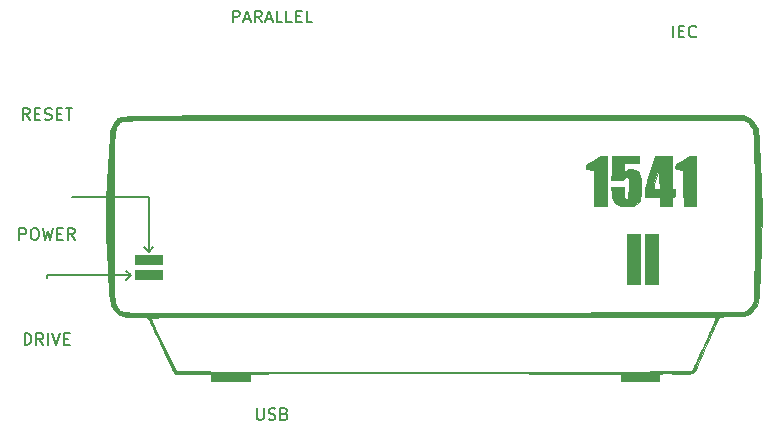
<source format=gto>
G04 #@! TF.GenerationSoftware,KiCad,Pcbnew,(5.1.8)-1*
G04 #@! TF.CreationDate,2021-05-19T23:09:36+02:00*
G04 #@! TF.ProjectId,C64 XUM1541-II FA1,43363420-5855-44d3-9135-34312d494920,rev?*
G04 #@! TF.SameCoordinates,Original*
G04 #@! TF.FileFunction,Legend,Top*
G04 #@! TF.FilePolarity,Positive*
%FSLAX46Y46*%
G04 Gerber Fmt 4.6, Leading zero omitted, Abs format (unit mm)*
G04 Created by KiCad (PCBNEW (5.1.8)-1) date 2021-05-19 23:09:36*
%MOMM*%
%LPD*%
G01*
G04 APERTURE LIST*
%ADD10C,0.150000*%
%ADD11C,0.010000*%
%ADD12C,0.100000*%
G04 APERTURE END LIST*
D10*
X122563095Y-101687380D02*
X122563095Y-102496904D01*
X122610714Y-102592142D01*
X122658333Y-102639761D01*
X122753571Y-102687380D01*
X122944047Y-102687380D01*
X123039285Y-102639761D01*
X123086904Y-102592142D01*
X123134523Y-102496904D01*
X123134523Y-101687380D01*
X123563095Y-102639761D02*
X123705952Y-102687380D01*
X123944047Y-102687380D01*
X124039285Y-102639761D01*
X124086904Y-102592142D01*
X124134523Y-102496904D01*
X124134523Y-102401666D01*
X124086904Y-102306428D01*
X124039285Y-102258809D01*
X123944047Y-102211190D01*
X123753571Y-102163571D01*
X123658333Y-102115952D01*
X123610714Y-102068333D01*
X123563095Y-101973095D01*
X123563095Y-101877857D01*
X123610714Y-101782619D01*
X123658333Y-101735000D01*
X123753571Y-101687380D01*
X123991666Y-101687380D01*
X124134523Y-101735000D01*
X124896428Y-102163571D02*
X125039285Y-102211190D01*
X125086904Y-102258809D01*
X125134523Y-102354047D01*
X125134523Y-102496904D01*
X125086904Y-102592142D01*
X125039285Y-102639761D01*
X124944047Y-102687380D01*
X124563095Y-102687380D01*
X124563095Y-101687380D01*
X124896428Y-101687380D01*
X124991666Y-101735000D01*
X125039285Y-101782619D01*
X125086904Y-101877857D01*
X125086904Y-101973095D01*
X125039285Y-102068333D01*
X124991666Y-102115952D01*
X124896428Y-102163571D01*
X124563095Y-102163571D01*
X157797619Y-70302380D02*
X157797619Y-69302380D01*
X158273809Y-69778571D02*
X158607142Y-69778571D01*
X158750000Y-70302380D02*
X158273809Y-70302380D01*
X158273809Y-69302380D01*
X158750000Y-69302380D01*
X159750000Y-70207142D02*
X159702380Y-70254761D01*
X159559523Y-70302380D01*
X159464285Y-70302380D01*
X159321428Y-70254761D01*
X159226190Y-70159523D01*
X159178571Y-70064285D01*
X159130952Y-69873809D01*
X159130952Y-69730952D01*
X159178571Y-69540476D01*
X159226190Y-69445238D01*
X159321428Y-69350000D01*
X159464285Y-69302380D01*
X159559523Y-69302380D01*
X159702380Y-69350000D01*
X159750000Y-69397619D01*
X120539285Y-69032380D02*
X120539285Y-68032380D01*
X120920238Y-68032380D01*
X121015476Y-68080000D01*
X121063095Y-68127619D01*
X121110714Y-68222857D01*
X121110714Y-68365714D01*
X121063095Y-68460952D01*
X121015476Y-68508571D01*
X120920238Y-68556190D01*
X120539285Y-68556190D01*
X121491666Y-68746666D02*
X121967857Y-68746666D01*
X121396428Y-69032380D02*
X121729761Y-68032380D01*
X122063095Y-69032380D01*
X122967857Y-69032380D02*
X122634523Y-68556190D01*
X122396428Y-69032380D02*
X122396428Y-68032380D01*
X122777380Y-68032380D01*
X122872619Y-68080000D01*
X122920238Y-68127619D01*
X122967857Y-68222857D01*
X122967857Y-68365714D01*
X122920238Y-68460952D01*
X122872619Y-68508571D01*
X122777380Y-68556190D01*
X122396428Y-68556190D01*
X123348809Y-68746666D02*
X123825000Y-68746666D01*
X123253571Y-69032380D02*
X123586904Y-68032380D01*
X123920238Y-69032380D01*
X124729761Y-69032380D02*
X124253571Y-69032380D01*
X124253571Y-68032380D01*
X125539285Y-69032380D02*
X125063095Y-69032380D01*
X125063095Y-68032380D01*
X125872619Y-68508571D02*
X126205952Y-68508571D01*
X126348809Y-69032380D02*
X125872619Y-69032380D01*
X125872619Y-68032380D01*
X126348809Y-68032380D01*
X127253571Y-69032380D02*
X126777380Y-69032380D01*
X126777380Y-68032380D01*
X104775000Y-90447000D02*
X104775000Y-90650000D01*
X104775000Y-90447000D02*
X111800000Y-90447000D01*
X111868000Y-90447000D02*
X111487000Y-90828000D01*
X111868000Y-90447000D02*
X111487000Y-90066000D01*
X113411000Y-88446000D02*
X113792000Y-88065000D01*
X113411000Y-88446000D02*
X113030000Y-88065000D01*
X113411000Y-83820000D02*
X113411000Y-88400000D01*
X106934000Y-83820000D02*
X113411000Y-83820000D01*
X102894047Y-96337380D02*
X102894047Y-95337380D01*
X103132142Y-95337380D01*
X103275000Y-95385000D01*
X103370238Y-95480238D01*
X103417857Y-95575476D01*
X103465476Y-95765952D01*
X103465476Y-95908809D01*
X103417857Y-96099285D01*
X103370238Y-96194523D01*
X103275000Y-96289761D01*
X103132142Y-96337380D01*
X102894047Y-96337380D01*
X104465476Y-96337380D02*
X104132142Y-95861190D01*
X103894047Y-96337380D02*
X103894047Y-95337380D01*
X104275000Y-95337380D01*
X104370238Y-95385000D01*
X104417857Y-95432619D01*
X104465476Y-95527857D01*
X104465476Y-95670714D01*
X104417857Y-95765952D01*
X104370238Y-95813571D01*
X104275000Y-95861190D01*
X103894047Y-95861190D01*
X104894047Y-96337380D02*
X104894047Y-95337380D01*
X105227380Y-95337380D02*
X105560714Y-96337380D01*
X105894047Y-95337380D01*
X106227380Y-95813571D02*
X106560714Y-95813571D01*
X106703571Y-96337380D02*
X106227380Y-96337380D01*
X106227380Y-95337380D01*
X106703571Y-95337380D01*
X102465476Y-87447380D02*
X102465476Y-86447380D01*
X102846428Y-86447380D01*
X102941666Y-86495000D01*
X102989285Y-86542619D01*
X103036904Y-86637857D01*
X103036904Y-86780714D01*
X102989285Y-86875952D01*
X102941666Y-86923571D01*
X102846428Y-86971190D01*
X102465476Y-86971190D01*
X103655952Y-86447380D02*
X103846428Y-86447380D01*
X103941666Y-86495000D01*
X104036904Y-86590238D01*
X104084523Y-86780714D01*
X104084523Y-87114047D01*
X104036904Y-87304523D01*
X103941666Y-87399761D01*
X103846428Y-87447380D01*
X103655952Y-87447380D01*
X103560714Y-87399761D01*
X103465476Y-87304523D01*
X103417857Y-87114047D01*
X103417857Y-86780714D01*
X103465476Y-86590238D01*
X103560714Y-86495000D01*
X103655952Y-86447380D01*
X104417857Y-86447380D02*
X104655952Y-87447380D01*
X104846428Y-86733095D01*
X105036904Y-87447380D01*
X105275000Y-86447380D01*
X105655952Y-86923571D02*
X105989285Y-86923571D01*
X106132142Y-87447380D02*
X105655952Y-87447380D01*
X105655952Y-86447380D01*
X106132142Y-86447380D01*
X107132142Y-87447380D02*
X106798809Y-86971190D01*
X106560714Y-87447380D02*
X106560714Y-86447380D01*
X106941666Y-86447380D01*
X107036904Y-86495000D01*
X107084523Y-86542619D01*
X107132142Y-86637857D01*
X107132142Y-86780714D01*
X107084523Y-86875952D01*
X107036904Y-86923571D01*
X106941666Y-86971190D01*
X106560714Y-86971190D01*
X103322619Y-77287380D02*
X102989285Y-76811190D01*
X102751190Y-77287380D02*
X102751190Y-76287380D01*
X103132142Y-76287380D01*
X103227380Y-76335000D01*
X103275000Y-76382619D01*
X103322619Y-76477857D01*
X103322619Y-76620714D01*
X103275000Y-76715952D01*
X103227380Y-76763571D01*
X103132142Y-76811190D01*
X102751190Y-76811190D01*
X103751190Y-76763571D02*
X104084523Y-76763571D01*
X104227380Y-77287380D02*
X103751190Y-77287380D01*
X103751190Y-76287380D01*
X104227380Y-76287380D01*
X104608333Y-77239761D02*
X104751190Y-77287380D01*
X104989285Y-77287380D01*
X105084523Y-77239761D01*
X105132142Y-77192142D01*
X105179761Y-77096904D01*
X105179761Y-77001666D01*
X105132142Y-76906428D01*
X105084523Y-76858809D01*
X104989285Y-76811190D01*
X104798809Y-76763571D01*
X104703571Y-76715952D01*
X104655952Y-76668333D01*
X104608333Y-76573095D01*
X104608333Y-76477857D01*
X104655952Y-76382619D01*
X104703571Y-76335000D01*
X104798809Y-76287380D01*
X105036904Y-76287380D01*
X105179761Y-76335000D01*
X105608333Y-76763571D02*
X105941666Y-76763571D01*
X106084523Y-77287380D02*
X105608333Y-77287380D01*
X105608333Y-76287380D01*
X106084523Y-76287380D01*
X106370238Y-76287380D02*
X106941666Y-76287380D01*
X106655952Y-77287380D02*
X106655952Y-76287380D01*
D11*
G36*
X159766000Y-80327500D02*
G01*
X159766000Y-84582000D01*
X158686500Y-84582000D01*
X158685527Y-83137375D01*
X158682927Y-82718054D01*
X158676175Y-82338917D01*
X158665972Y-82019234D01*
X158653019Y-81778273D01*
X158638015Y-81635306D01*
X158629881Y-81606460D01*
X158538065Y-81548257D01*
X158368881Y-81500539D01*
X158278285Y-81486702D01*
X158099082Y-81461977D01*
X158014728Y-81422050D01*
X157993802Y-81338121D01*
X158000556Y-81232132D01*
X158023123Y-81098849D01*
X158083133Y-81012724D01*
X158212687Y-80941713D01*
X158342055Y-80891206D01*
X158591451Y-80772511D01*
X158840946Y-80614330D01*
X158923649Y-80549441D01*
X159109124Y-80409709D01*
X159274023Y-80343806D01*
X159474469Y-80327499D01*
X159766000Y-80327500D01*
G37*
X159766000Y-80327500D02*
X159766000Y-84582000D01*
X158686500Y-84582000D01*
X158685527Y-83137375D01*
X158682927Y-82718054D01*
X158676175Y-82338917D01*
X158665972Y-82019234D01*
X158653019Y-81778273D01*
X158638015Y-81635306D01*
X158629881Y-81606460D01*
X158538065Y-81548257D01*
X158368881Y-81500539D01*
X158278285Y-81486702D01*
X158099082Y-81461977D01*
X158014728Y-81422050D01*
X157993802Y-81338121D01*
X158000556Y-81232132D01*
X158023123Y-81098849D01*
X158083133Y-81012724D01*
X158212687Y-80941713D01*
X158342055Y-80891206D01*
X158591451Y-80772511D01*
X158840946Y-80614330D01*
X158923649Y-80549441D01*
X159109124Y-80409709D01*
X159274023Y-80343806D01*
X159474469Y-80327499D01*
X159766000Y-80327500D01*
G36*
X157670500Y-83121500D02*
G01*
X157829250Y-83121500D01*
X157920169Y-83130565D01*
X157967510Y-83178482D01*
X157985399Y-83296327D01*
X157988000Y-83470750D01*
X157983879Y-83670772D01*
X157962098Y-83774922D01*
X157908532Y-83814278D01*
X157829250Y-83820000D01*
X157741268Y-83828067D01*
X157693767Y-83872149D01*
X157674321Y-83982068D01*
X157670503Y-84187645D01*
X157670500Y-84201000D01*
X157670500Y-84582000D01*
X156654500Y-84582000D01*
X156654500Y-83820000D01*
X155384500Y-83820000D01*
X155384500Y-83438503D01*
X155393195Y-83278659D01*
X155422373Y-83089529D01*
X155423175Y-83086035D01*
X156146500Y-83086035D01*
X156202890Y-83108253D01*
X156343742Y-83120601D01*
X156400500Y-83121500D01*
X156654500Y-83121500D01*
X156652569Y-82216625D01*
X156648135Y-81852549D01*
X156636980Y-81590600D01*
X156619685Y-81438684D01*
X156596829Y-81404706D01*
X156593370Y-81409549D01*
X156561641Y-81496626D01*
X156507284Y-81677377D01*
X156438188Y-81922198D01*
X156362246Y-82201486D01*
X156287348Y-82485635D01*
X156221386Y-82745041D01*
X156172251Y-82950102D01*
X156147833Y-83071211D01*
X156146500Y-83086035D01*
X155423175Y-83086035D01*
X155476672Y-82853016D01*
X155560729Y-82551024D01*
X155679184Y-82165458D01*
X155832070Y-81692253D01*
X156279641Y-80327500D01*
X157670500Y-80327500D01*
X157670500Y-83121500D01*
G37*
X157670500Y-83121500D02*
X157829250Y-83121500D01*
X157920169Y-83130565D01*
X157967510Y-83178482D01*
X157985399Y-83296327D01*
X157988000Y-83470750D01*
X157983879Y-83670772D01*
X157962098Y-83774922D01*
X157908532Y-83814278D01*
X157829250Y-83820000D01*
X157741268Y-83828067D01*
X157693767Y-83872149D01*
X157674321Y-83982068D01*
X157670503Y-84187645D01*
X157670500Y-84201000D01*
X157670500Y-84582000D01*
X156654500Y-84582000D01*
X156654500Y-83820000D01*
X155384500Y-83820000D01*
X155384500Y-83438503D01*
X155393195Y-83278659D01*
X155422373Y-83089529D01*
X155423175Y-83086035D01*
X156146500Y-83086035D01*
X156202890Y-83108253D01*
X156343742Y-83120601D01*
X156400500Y-83121500D01*
X156654500Y-83121500D01*
X156652569Y-82216625D01*
X156648135Y-81852549D01*
X156636980Y-81590600D01*
X156619685Y-81438684D01*
X156596829Y-81404706D01*
X156593370Y-81409549D01*
X156561641Y-81496626D01*
X156507284Y-81677377D01*
X156438188Y-81922198D01*
X156362246Y-82201486D01*
X156287348Y-82485635D01*
X156221386Y-82745041D01*
X156172251Y-82950102D01*
X156147833Y-83071211D01*
X156146500Y-83086035D01*
X155423175Y-83086035D01*
X155476672Y-82853016D01*
X155560729Y-82551024D01*
X155679184Y-82165458D01*
X155832070Y-81692253D01*
X156279641Y-80327500D01*
X157670500Y-80327500D01*
X157670500Y-83121500D01*
G36*
X152209500Y-80327500D02*
G01*
X152209500Y-84582000D01*
X151130000Y-84582000D01*
X151129027Y-83137375D01*
X151126427Y-82718054D01*
X151119675Y-82338917D01*
X151109472Y-82019234D01*
X151096519Y-81778273D01*
X151081515Y-81635306D01*
X151073381Y-81606460D01*
X150981565Y-81548257D01*
X150812381Y-81500539D01*
X150721785Y-81486702D01*
X150542582Y-81461977D01*
X150458228Y-81422050D01*
X150437302Y-81338121D01*
X150444056Y-81232132D01*
X150466623Y-81098849D01*
X150526633Y-81012724D01*
X150656187Y-80941713D01*
X150785555Y-80891206D01*
X151034951Y-80772511D01*
X151284446Y-80614330D01*
X151367149Y-80549441D01*
X151552624Y-80409709D01*
X151717523Y-80343806D01*
X151917969Y-80327499D01*
X152209500Y-80327500D01*
G37*
X152209500Y-80327500D02*
X152209500Y-84582000D01*
X151130000Y-84582000D01*
X151129027Y-83137375D01*
X151126427Y-82718054D01*
X151119675Y-82338917D01*
X151109472Y-82019234D01*
X151096519Y-81778273D01*
X151081515Y-81635306D01*
X151073381Y-81606460D01*
X150981565Y-81548257D01*
X150812381Y-81500539D01*
X150721785Y-81486702D01*
X150542582Y-81461977D01*
X150458228Y-81422050D01*
X150437302Y-81338121D01*
X150444056Y-81232132D01*
X150466623Y-81098849D01*
X150526633Y-81012724D01*
X150656187Y-80941713D01*
X150785555Y-80891206D01*
X151034951Y-80772511D01*
X151284446Y-80614330D01*
X151367149Y-80549441D01*
X151552624Y-80409709D01*
X151717523Y-80343806D01*
X151917969Y-80327499D01*
X152209500Y-80327500D01*
G36*
X154876500Y-80962500D02*
G01*
X153606500Y-80962500D01*
X153606500Y-81728302D01*
X153792039Y-81591126D01*
X153929108Y-81509775D01*
X154080545Y-81476337D01*
X154297739Y-81480660D01*
X154335912Y-81483666D01*
X154610576Y-81527607D01*
X154806260Y-81619555D01*
X154939648Y-81779237D01*
X155027425Y-82026378D01*
X155084879Y-82369196D01*
X155115787Y-82762376D01*
X155117520Y-83164608D01*
X155092549Y-83545320D01*
X155043344Y-83873940D01*
X154972373Y-84119898D01*
X154937824Y-84189311D01*
X154794685Y-84357266D01*
X154614502Y-84490854D01*
X154609939Y-84493245D01*
X154395825Y-84564101D01*
X154107278Y-84608900D01*
X153794817Y-84624291D01*
X153508962Y-84606927D01*
X153360095Y-84576105D01*
X153066815Y-84455782D01*
X152857972Y-84288666D01*
X152719529Y-84053999D01*
X152637447Y-83731021D01*
X152607628Y-83463352D01*
X152572169Y-82994500D01*
X153606500Y-82994500D01*
X153606500Y-83339616D01*
X153626954Y-83674079D01*
X153689018Y-83890762D01*
X153793743Y-83992232D01*
X153876477Y-83999028D01*
X153932682Y-83986245D01*
X153972291Y-83953286D01*
X153998764Y-83880262D01*
X154015560Y-83747281D01*
X154026140Y-83534453D01*
X154033962Y-83221888D01*
X154036849Y-83077031D01*
X154042654Y-82720316D01*
X154042272Y-82469668D01*
X154033400Y-82304210D01*
X154013738Y-82203070D01*
X153980986Y-82145373D01*
X153932843Y-82110244D01*
X153930134Y-82108782D01*
X153791208Y-82094760D01*
X153668423Y-82172676D01*
X153607494Y-82310961D01*
X153606500Y-82332285D01*
X153579060Y-82378957D01*
X153482669Y-82407121D01*
X153296219Y-82420476D01*
X153088850Y-82423000D01*
X152571200Y-82423000D01*
X152612600Y-81746371D01*
X152630494Y-81417228D01*
X152644497Y-81089844D01*
X152652679Y-80813052D01*
X152654000Y-80698621D01*
X152654000Y-80327500D01*
X154876500Y-80327500D01*
X154876500Y-80962500D01*
G37*
X154876500Y-80962500D02*
X153606500Y-80962500D01*
X153606500Y-81728302D01*
X153792039Y-81591126D01*
X153929108Y-81509775D01*
X154080545Y-81476337D01*
X154297739Y-81480660D01*
X154335912Y-81483666D01*
X154610576Y-81527607D01*
X154806260Y-81619555D01*
X154939648Y-81779237D01*
X155027425Y-82026378D01*
X155084879Y-82369196D01*
X155115787Y-82762376D01*
X155117520Y-83164608D01*
X155092549Y-83545320D01*
X155043344Y-83873940D01*
X154972373Y-84119898D01*
X154937824Y-84189311D01*
X154794685Y-84357266D01*
X154614502Y-84490854D01*
X154609939Y-84493245D01*
X154395825Y-84564101D01*
X154107278Y-84608900D01*
X153794817Y-84624291D01*
X153508962Y-84606927D01*
X153360095Y-84576105D01*
X153066815Y-84455782D01*
X152857972Y-84288666D01*
X152719529Y-84053999D01*
X152637447Y-83731021D01*
X152607628Y-83463352D01*
X152572169Y-82994500D01*
X153606500Y-82994500D01*
X153606500Y-83339616D01*
X153626954Y-83674079D01*
X153689018Y-83890762D01*
X153793743Y-83992232D01*
X153876477Y-83999028D01*
X153932682Y-83986245D01*
X153972291Y-83953286D01*
X153998764Y-83880262D01*
X154015560Y-83747281D01*
X154026140Y-83534453D01*
X154033962Y-83221888D01*
X154036849Y-83077031D01*
X154042654Y-82720316D01*
X154042272Y-82469668D01*
X154033400Y-82304210D01*
X154013738Y-82203070D01*
X153980986Y-82145373D01*
X153932843Y-82110244D01*
X153930134Y-82108782D01*
X153791208Y-82094760D01*
X153668423Y-82172676D01*
X153607494Y-82310961D01*
X153606500Y-82332285D01*
X153579060Y-82378957D01*
X153482669Y-82407121D01*
X153296219Y-82420476D01*
X153088850Y-82423000D01*
X152571200Y-82423000D01*
X152612600Y-81746371D01*
X152630494Y-81417228D01*
X152644497Y-81089844D01*
X152652679Y-80813052D01*
X152654000Y-80698621D01*
X152654000Y-80327500D01*
X154876500Y-80327500D01*
X154876500Y-80962500D01*
G36*
X156527500Y-91186000D02*
G01*
X155448000Y-91186000D01*
X155448000Y-86931500D01*
X156527500Y-86931500D01*
X156527500Y-91186000D01*
G37*
X156527500Y-91186000D02*
X155448000Y-91186000D01*
X155448000Y-86931500D01*
X156527500Y-86931500D01*
X156527500Y-91186000D01*
G36*
X155003500Y-91186000D02*
G01*
X153924000Y-91186000D01*
X153924000Y-86931500D01*
X155003500Y-86931500D01*
X155003500Y-91186000D01*
G37*
X155003500Y-91186000D02*
X153924000Y-91186000D01*
X153924000Y-86931500D01*
X155003500Y-86931500D01*
X155003500Y-91186000D01*
G36*
X164124104Y-77082858D02*
G01*
X164499941Y-77315656D01*
X164778706Y-77607629D01*
X164948234Y-77945479D01*
X164963829Y-78000623D01*
X164990905Y-78160207D01*
X165018583Y-78415088D01*
X165044053Y-78733607D01*
X165064501Y-79084107D01*
X165068979Y-79184500D01*
X165081408Y-79467421D01*
X165099508Y-79855181D01*
X165122196Y-80325799D01*
X165148393Y-80857294D01*
X165177016Y-81427683D01*
X165206985Y-82014986D01*
X165231424Y-82486500D01*
X165263013Y-83101258D01*
X165287915Y-83622074D01*
X165306261Y-84073086D01*
X165318181Y-84478433D01*
X165323806Y-84862254D01*
X165323267Y-85248688D01*
X165316695Y-85661872D01*
X165304219Y-86125947D01*
X165285972Y-86665051D01*
X165262084Y-87303322D01*
X165258074Y-87407750D01*
X165234050Y-88033852D01*
X165209347Y-88680408D01*
X165184912Y-89322434D01*
X165161694Y-89934948D01*
X165140638Y-90492964D01*
X165122693Y-90971500D01*
X165110006Y-91313000D01*
X165089641Y-91811682D01*
X165066501Y-92203398D01*
X165035669Y-92508163D01*
X164992227Y-92745993D01*
X164931257Y-92936903D01*
X164847840Y-93100909D01*
X164737059Y-93258026D01*
X164593996Y-93428270D01*
X164588819Y-93434170D01*
X164426917Y-93601107D01*
X164260811Y-93725248D01*
X164068514Y-93812642D01*
X163828035Y-93869339D01*
X163517386Y-93901387D01*
X163114576Y-93914837D01*
X162835543Y-93916500D01*
X162438069Y-93916668D01*
X162146188Y-93923113D01*
X161938520Y-93944744D01*
X161793687Y-93990470D01*
X161690309Y-94069199D01*
X161607006Y-94189842D01*
X161522399Y-94361307D01*
X161464099Y-94488000D01*
X161390846Y-94648555D01*
X161274375Y-94906493D01*
X161123041Y-95243138D01*
X160945197Y-95639817D01*
X160749200Y-96077854D01*
X160543402Y-96538574D01*
X160336158Y-97003303D01*
X160135824Y-97453366D01*
X159950752Y-97870089D01*
X159915879Y-97948750D01*
X159805243Y-98197244D01*
X159707387Y-98415003D01*
X159638816Y-98565363D01*
X159625396Y-98594006D01*
X159571401Y-98669297D01*
X159480805Y-98725326D01*
X159338658Y-98763669D01*
X159130008Y-98785900D01*
X158839904Y-98793596D01*
X158453397Y-98788331D01*
X157955534Y-98771682D01*
X157943665Y-98771217D01*
X157496878Y-98755122D01*
X157161104Y-98749485D01*
X156920511Y-98758519D01*
X156759264Y-98786440D01*
X156661532Y-98837462D01*
X156611480Y-98915800D01*
X156593277Y-99025667D01*
X156591000Y-99131275D01*
X156591000Y-99377500D01*
X153422958Y-99377500D01*
X153384250Y-98774250D01*
X137826750Y-98759135D01*
X136428303Y-98757907D01*
X135062465Y-98756964D01*
X133734735Y-98756299D01*
X132450610Y-98755908D01*
X131215588Y-98755783D01*
X130035168Y-98755919D01*
X128914848Y-98756311D01*
X127860125Y-98756951D01*
X126876498Y-98757834D01*
X125969465Y-98758954D01*
X125144523Y-98760306D01*
X124407172Y-98761882D01*
X123762908Y-98763678D01*
X123217231Y-98765686D01*
X122775637Y-98767902D01*
X122443626Y-98770318D01*
X122226694Y-98772930D01*
X122130341Y-98775731D01*
X122126375Y-98776220D01*
X122036326Y-98815351D01*
X121994332Y-98903722D01*
X121983525Y-99078731D01*
X121983500Y-99092959D01*
X121983500Y-99377500D01*
X118681500Y-99377500D01*
X118681500Y-99125734D01*
X118658165Y-98928741D01*
X118580564Y-98821137D01*
X118562238Y-98810141D01*
X118452748Y-98788712D01*
X118224842Y-98775374D01*
X117886856Y-98770282D01*
X117447125Y-98773590D01*
X117043519Y-98781982D01*
X115644061Y-98817650D01*
X115547176Y-98668950D01*
X115495768Y-98574219D01*
X115398671Y-98380491D01*
X115263708Y-98103947D01*
X115098701Y-97760765D01*
X114911474Y-97367125D01*
X114709849Y-96939207D01*
X114677061Y-96869250D01*
X114461476Y-96409012D01*
X114248508Y-95954506D01*
X114048453Y-95527692D01*
X113871603Y-95150526D01*
X113728254Y-94844970D01*
X113630433Y-94636667D01*
X113482968Y-94345445D01*
X113355083Y-94137031D01*
X113297099Y-94072280D01*
X113625602Y-94072280D01*
X113639699Y-94158529D01*
X113701460Y-94335141D01*
X113801724Y-94578901D01*
X113931331Y-94866594D01*
X113977800Y-94964758D01*
X114116417Y-95255378D01*
X114232934Y-95502042D01*
X114317494Y-95683697D01*
X114360240Y-95779293D01*
X114363500Y-95788508D01*
X114390298Y-95854592D01*
X114464357Y-96014907D01*
X114576175Y-96250074D01*
X114716249Y-96540717D01*
X114875075Y-96867458D01*
X115043152Y-97210918D01*
X115210977Y-97551721D01*
X115369046Y-97870489D01*
X115507857Y-98147844D01*
X115617908Y-98364408D01*
X115689695Y-98500804D01*
X115711739Y-98537793D01*
X115738457Y-98545364D01*
X115808007Y-98552463D01*
X115923874Y-98559104D01*
X116089545Y-98565298D01*
X116308508Y-98571057D01*
X116584247Y-98576394D01*
X116920250Y-98581319D01*
X117320003Y-98585847D01*
X117786992Y-98589987D01*
X118324704Y-98593754D01*
X118936626Y-98597158D01*
X119626244Y-98600212D01*
X120397043Y-98602928D01*
X121252512Y-98605317D01*
X122196136Y-98607393D01*
X123231401Y-98609167D01*
X124361795Y-98610651D01*
X125590803Y-98611857D01*
X126921912Y-98612798D01*
X128358609Y-98613486D01*
X129904380Y-98613931D01*
X131562710Y-98614148D01*
X133337088Y-98614147D01*
X135230999Y-98613941D01*
X137247930Y-98613542D01*
X137543663Y-98613471D01*
X139522187Y-98612957D01*
X141377657Y-98612407D01*
X143114022Y-98611802D01*
X144735226Y-98611120D01*
X146245219Y-98610342D01*
X147647945Y-98609447D01*
X148947353Y-98608415D01*
X150147388Y-98607225D01*
X151251999Y-98605857D01*
X152265131Y-98604290D01*
X153190732Y-98602505D01*
X154032748Y-98600481D01*
X154795127Y-98598197D01*
X155481815Y-98595634D01*
X156096759Y-98592770D01*
X156643906Y-98589585D01*
X157127202Y-98586059D01*
X157550595Y-98582172D01*
X157918032Y-98577903D01*
X158233459Y-98573232D01*
X158500823Y-98568139D01*
X158724071Y-98562603D01*
X158907150Y-98556603D01*
X159054007Y-98550120D01*
X159168589Y-98543133D01*
X159254842Y-98535621D01*
X159316713Y-98527565D01*
X159358150Y-98518943D01*
X159383099Y-98509736D01*
X159394926Y-98500677D01*
X159479792Y-98371368D01*
X159574129Y-98195774D01*
X159586008Y-98171000D01*
X159736924Y-97847981D01*
X159917339Y-97457847D01*
X160112770Y-97032296D01*
X160308737Y-96603028D01*
X160490756Y-96201741D01*
X160644346Y-95860136D01*
X160731914Y-95662750D01*
X160865681Y-95360405D01*
X161004571Y-95049948D01*
X161124922Y-94784169D01*
X161159106Y-94709694D01*
X161290218Y-94416159D01*
X161367136Y-94217011D01*
X161395239Y-94094477D01*
X161379905Y-94030780D01*
X161367652Y-94020496D01*
X161297268Y-94016095D01*
X161102264Y-94011892D01*
X160785020Y-94007892D01*
X160347916Y-94004096D01*
X159793331Y-94000508D01*
X159123647Y-93997131D01*
X158341241Y-93993968D01*
X157448495Y-93991022D01*
X156447788Y-93988296D01*
X155341501Y-93985793D01*
X154132012Y-93983516D01*
X152821703Y-93981468D01*
X151412952Y-93979653D01*
X149908140Y-93978072D01*
X148309646Y-93976729D01*
X146619851Y-93975628D01*
X144841134Y-93974770D01*
X142975876Y-93974160D01*
X141026456Y-93973800D01*
X138995253Y-93973694D01*
X136884649Y-93973843D01*
X134697022Y-93974252D01*
X132434753Y-93974923D01*
X130100222Y-93975860D01*
X127695808Y-93977065D01*
X127330427Y-93977268D01*
X125750484Y-93978256D01*
X124292868Y-93979389D01*
X122952907Y-93980700D01*
X121725929Y-93982220D01*
X120607261Y-93983983D01*
X119592230Y-93986021D01*
X118676164Y-93988366D01*
X117854390Y-93991050D01*
X117122236Y-93994106D01*
X116475029Y-93997566D01*
X115908097Y-94001463D01*
X115416768Y-94005829D01*
X114996368Y-94010697D01*
X114642225Y-94016098D01*
X114349667Y-94022066D01*
X114114021Y-94028632D01*
X113930615Y-94035829D01*
X113794777Y-94043690D01*
X113701832Y-94052247D01*
X113647110Y-94061531D01*
X113625938Y-94071577D01*
X113625602Y-94072280D01*
X113297099Y-94072280D01*
X113257008Y-94027512D01*
X113236118Y-94016707D01*
X113128826Y-94003043D01*
X112923088Y-93993418D01*
X112647415Y-93988641D01*
X112330320Y-93989521D01*
X112294725Y-93989990D01*
X111844734Y-93988493D01*
X111495200Y-93965382D01*
X111220511Y-93914417D01*
X110995059Y-93829359D01*
X110793233Y-93703969D01*
X110653841Y-93590215D01*
X110483005Y-93424040D01*
X110350306Y-93250045D01*
X110249693Y-93048218D01*
X110175113Y-92798546D01*
X110120514Y-92481017D01*
X110079845Y-92075619D01*
X110048462Y-91588359D01*
X109991510Y-90538219D01*
X109941694Y-89604175D01*
X109898806Y-88775538D01*
X109862638Y-88041616D01*
X109832984Y-87391719D01*
X109809634Y-86815156D01*
X109804755Y-86669800D01*
X110473602Y-86669800D01*
X110474117Y-87248431D01*
X110475395Y-87858052D01*
X110477382Y-88485004D01*
X110480024Y-89115625D01*
X110483266Y-89736257D01*
X110487055Y-90333241D01*
X110491336Y-90892915D01*
X110496055Y-91401621D01*
X110501158Y-91845698D01*
X110506590Y-92211487D01*
X110512298Y-92485328D01*
X110518226Y-92653562D01*
X110521660Y-92696804D01*
X110612209Y-92963204D01*
X110785835Y-93226671D01*
X111007382Y-93437903D01*
X111086083Y-93488341D01*
X111224841Y-93537026D01*
X111433179Y-93579607D01*
X111569500Y-93597040D01*
X111656878Y-93599351D01*
X111866971Y-93601535D01*
X112195494Y-93603590D01*
X112638162Y-93605512D01*
X113190689Y-93607300D01*
X113848790Y-93608951D01*
X114608180Y-93610462D01*
X115464574Y-93611830D01*
X116413688Y-93613053D01*
X117451234Y-93614128D01*
X118572930Y-93615053D01*
X119774489Y-93615826D01*
X121051626Y-93616442D01*
X122400056Y-93616901D01*
X123815495Y-93617199D01*
X125293656Y-93617334D01*
X126830255Y-93617302D01*
X128421007Y-93617103D01*
X130061626Y-93616732D01*
X131747828Y-93616187D01*
X133475326Y-93615467D01*
X135239837Y-93614567D01*
X137037075Y-93613486D01*
X137822967Y-93612962D01*
X163727184Y-93595174D01*
X163979291Y-93454212D01*
X164181128Y-93311568D01*
X164377325Y-93127511D01*
X164426213Y-93070911D01*
X164526335Y-92932091D01*
X164590170Y-92793370D01*
X164629866Y-92614894D01*
X164657570Y-92356812D01*
X164662445Y-92295938D01*
X164670418Y-92127169D01*
X164677673Y-91842609D01*
X164684209Y-91453466D01*
X164690024Y-90970947D01*
X164695115Y-90406259D01*
X164699480Y-89770610D01*
X164703117Y-89075207D01*
X164706025Y-88331258D01*
X164708201Y-87549970D01*
X164709643Y-86742549D01*
X164710348Y-85920205D01*
X164710316Y-85094143D01*
X164709544Y-84275571D01*
X164708029Y-83475697D01*
X164705770Y-82705728D01*
X164702765Y-81976871D01*
X164699011Y-81300334D01*
X164694506Y-80687324D01*
X164689249Y-80149049D01*
X164683238Y-79696715D01*
X164676469Y-79341530D01*
X164668942Y-79094701D01*
X164664903Y-79015573D01*
X164639244Y-78659635D01*
X164612258Y-78402151D01*
X164578319Y-78214647D01*
X164531795Y-78068649D01*
X164467059Y-77935683D01*
X164443185Y-77893974D01*
X164293233Y-77690990D01*
X164110623Y-77512784D01*
X164036936Y-77459651D01*
X163798250Y-77311250D01*
X137668000Y-77294017D01*
X135479943Y-77292518D01*
X133415281Y-77291022D01*
X131470410Y-77289576D01*
X129641726Y-77288227D01*
X127925623Y-77287024D01*
X126318498Y-77286012D01*
X124816745Y-77285239D01*
X123416760Y-77284752D01*
X122114938Y-77284600D01*
X120907675Y-77284828D01*
X119791367Y-77285485D01*
X118762408Y-77286618D01*
X117817195Y-77288273D01*
X116952122Y-77290499D01*
X116163585Y-77293342D01*
X115447979Y-77296850D01*
X114801700Y-77301070D01*
X114221144Y-77306049D01*
X113702705Y-77311834D01*
X113242779Y-77318474D01*
X112837762Y-77326015D01*
X112484049Y-77334504D01*
X112178036Y-77343989D01*
X111916117Y-77354517D01*
X111694688Y-77366135D01*
X111510146Y-77378891D01*
X111358884Y-77392832D01*
X111237299Y-77408005D01*
X111141786Y-77424457D01*
X111068740Y-77442236D01*
X111014558Y-77461389D01*
X110975633Y-77481963D01*
X110948362Y-77504006D01*
X110929141Y-77527565D01*
X110914364Y-77552687D01*
X110900427Y-77579419D01*
X110883725Y-77607808D01*
X110860654Y-77637903D01*
X110853418Y-77645752D01*
X110769654Y-77736148D01*
X110700397Y-77824651D01*
X110644219Y-77923800D01*
X110599687Y-78046134D01*
X110565373Y-78204194D01*
X110539845Y-78410519D01*
X110521673Y-78677649D01*
X110509427Y-79018124D01*
X110501676Y-79444483D01*
X110496990Y-79969266D01*
X110493938Y-80605013D01*
X110493185Y-80803750D01*
X110491228Y-81366906D01*
X110489642Y-81896230D01*
X110488452Y-82376902D01*
X110487685Y-82794103D01*
X110487366Y-83133016D01*
X110487520Y-83378820D01*
X110488173Y-83516697D01*
X110488456Y-83534250D01*
X110497785Y-83994477D01*
X110499986Y-84331050D01*
X110495061Y-84547118D01*
X110489576Y-84613750D01*
X110484373Y-84719586D01*
X110480259Y-84938371D01*
X110477178Y-85256444D01*
X110475078Y-85660147D01*
X110473904Y-86135819D01*
X110473602Y-86669800D01*
X109804755Y-86669800D01*
X109792381Y-86301237D01*
X109781018Y-85839270D01*
X109775337Y-85418565D01*
X109775130Y-85028432D01*
X109780190Y-84658179D01*
X109790309Y-84297117D01*
X109805279Y-83934554D01*
X109824893Y-83559799D01*
X109848942Y-83162162D01*
X109876579Y-82740500D01*
X109913525Y-82177844D01*
X109953158Y-81553481D01*
X109992828Y-80910559D01*
X110029888Y-80292229D01*
X110061687Y-79741639D01*
X110071493Y-79565500D01*
X110101766Y-79043638D01*
X110131749Y-78630423D01*
X110166171Y-78307601D01*
X110209762Y-78056920D01*
X110267251Y-77860124D01*
X110343369Y-77698961D01*
X110442844Y-77555177D01*
X110570408Y-77410518D01*
X110651603Y-77326663D01*
X110681451Y-77292173D01*
X110703574Y-77259623D01*
X110721574Y-77228957D01*
X110739052Y-77200119D01*
X110759612Y-77173051D01*
X110786853Y-77147699D01*
X110824380Y-77124005D01*
X110875793Y-77101914D01*
X110944694Y-77081370D01*
X111034687Y-77062315D01*
X111149372Y-77044695D01*
X111292352Y-77028452D01*
X111467228Y-77013530D01*
X111677603Y-76999874D01*
X111927079Y-76987427D01*
X112219258Y-76976133D01*
X112557741Y-76965935D01*
X112946131Y-76956778D01*
X113388030Y-76948604D01*
X113887040Y-76941359D01*
X114446762Y-76934986D01*
X115070800Y-76929428D01*
X115762754Y-76924629D01*
X116526226Y-76920533D01*
X117364820Y-76917084D01*
X118282136Y-76914226D01*
X119281777Y-76911902D01*
X120367345Y-76910057D01*
X121542442Y-76908633D01*
X122810670Y-76907575D01*
X124175631Y-76906827D01*
X125640926Y-76906332D01*
X127210158Y-76906034D01*
X128886929Y-76905877D01*
X130674841Y-76905804D01*
X132577496Y-76905760D01*
X134598496Y-76905688D01*
X136741443Y-76905532D01*
X137639948Y-76905433D01*
X163742146Y-76902220D01*
X164124104Y-77082858D01*
G37*
X164124104Y-77082858D02*
X164499941Y-77315656D01*
X164778706Y-77607629D01*
X164948234Y-77945479D01*
X164963829Y-78000623D01*
X164990905Y-78160207D01*
X165018583Y-78415088D01*
X165044053Y-78733607D01*
X165064501Y-79084107D01*
X165068979Y-79184500D01*
X165081408Y-79467421D01*
X165099508Y-79855181D01*
X165122196Y-80325799D01*
X165148393Y-80857294D01*
X165177016Y-81427683D01*
X165206985Y-82014986D01*
X165231424Y-82486500D01*
X165263013Y-83101258D01*
X165287915Y-83622074D01*
X165306261Y-84073086D01*
X165318181Y-84478433D01*
X165323806Y-84862254D01*
X165323267Y-85248688D01*
X165316695Y-85661872D01*
X165304219Y-86125947D01*
X165285972Y-86665051D01*
X165262084Y-87303322D01*
X165258074Y-87407750D01*
X165234050Y-88033852D01*
X165209347Y-88680408D01*
X165184912Y-89322434D01*
X165161694Y-89934948D01*
X165140638Y-90492964D01*
X165122693Y-90971500D01*
X165110006Y-91313000D01*
X165089641Y-91811682D01*
X165066501Y-92203398D01*
X165035669Y-92508163D01*
X164992227Y-92745993D01*
X164931257Y-92936903D01*
X164847840Y-93100909D01*
X164737059Y-93258026D01*
X164593996Y-93428270D01*
X164588819Y-93434170D01*
X164426917Y-93601107D01*
X164260811Y-93725248D01*
X164068514Y-93812642D01*
X163828035Y-93869339D01*
X163517386Y-93901387D01*
X163114576Y-93914837D01*
X162835543Y-93916500D01*
X162438069Y-93916668D01*
X162146188Y-93923113D01*
X161938520Y-93944744D01*
X161793687Y-93990470D01*
X161690309Y-94069199D01*
X161607006Y-94189842D01*
X161522399Y-94361307D01*
X161464099Y-94488000D01*
X161390846Y-94648555D01*
X161274375Y-94906493D01*
X161123041Y-95243138D01*
X160945197Y-95639817D01*
X160749200Y-96077854D01*
X160543402Y-96538574D01*
X160336158Y-97003303D01*
X160135824Y-97453366D01*
X159950752Y-97870089D01*
X159915879Y-97948750D01*
X159805243Y-98197244D01*
X159707387Y-98415003D01*
X159638816Y-98565363D01*
X159625396Y-98594006D01*
X159571401Y-98669297D01*
X159480805Y-98725326D01*
X159338658Y-98763669D01*
X159130008Y-98785900D01*
X158839904Y-98793596D01*
X158453397Y-98788331D01*
X157955534Y-98771682D01*
X157943665Y-98771217D01*
X157496878Y-98755122D01*
X157161104Y-98749485D01*
X156920511Y-98758519D01*
X156759264Y-98786440D01*
X156661532Y-98837462D01*
X156611480Y-98915800D01*
X156593277Y-99025667D01*
X156591000Y-99131275D01*
X156591000Y-99377500D01*
X153422958Y-99377500D01*
X153384250Y-98774250D01*
X137826750Y-98759135D01*
X136428303Y-98757907D01*
X135062465Y-98756964D01*
X133734735Y-98756299D01*
X132450610Y-98755908D01*
X131215588Y-98755783D01*
X130035168Y-98755919D01*
X128914848Y-98756311D01*
X127860125Y-98756951D01*
X126876498Y-98757834D01*
X125969465Y-98758954D01*
X125144523Y-98760306D01*
X124407172Y-98761882D01*
X123762908Y-98763678D01*
X123217231Y-98765686D01*
X122775637Y-98767902D01*
X122443626Y-98770318D01*
X122226694Y-98772930D01*
X122130341Y-98775731D01*
X122126375Y-98776220D01*
X122036326Y-98815351D01*
X121994332Y-98903722D01*
X121983525Y-99078731D01*
X121983500Y-99092959D01*
X121983500Y-99377500D01*
X118681500Y-99377500D01*
X118681500Y-99125734D01*
X118658165Y-98928741D01*
X118580564Y-98821137D01*
X118562238Y-98810141D01*
X118452748Y-98788712D01*
X118224842Y-98775374D01*
X117886856Y-98770282D01*
X117447125Y-98773590D01*
X117043519Y-98781982D01*
X115644061Y-98817650D01*
X115547176Y-98668950D01*
X115495768Y-98574219D01*
X115398671Y-98380491D01*
X115263708Y-98103947D01*
X115098701Y-97760765D01*
X114911474Y-97367125D01*
X114709849Y-96939207D01*
X114677061Y-96869250D01*
X114461476Y-96409012D01*
X114248508Y-95954506D01*
X114048453Y-95527692D01*
X113871603Y-95150526D01*
X113728254Y-94844970D01*
X113630433Y-94636667D01*
X113482968Y-94345445D01*
X113355083Y-94137031D01*
X113297099Y-94072280D01*
X113625602Y-94072280D01*
X113639699Y-94158529D01*
X113701460Y-94335141D01*
X113801724Y-94578901D01*
X113931331Y-94866594D01*
X113977800Y-94964758D01*
X114116417Y-95255378D01*
X114232934Y-95502042D01*
X114317494Y-95683697D01*
X114360240Y-95779293D01*
X114363500Y-95788508D01*
X114390298Y-95854592D01*
X114464357Y-96014907D01*
X114576175Y-96250074D01*
X114716249Y-96540717D01*
X114875075Y-96867458D01*
X115043152Y-97210918D01*
X115210977Y-97551721D01*
X115369046Y-97870489D01*
X115507857Y-98147844D01*
X115617908Y-98364408D01*
X115689695Y-98500804D01*
X115711739Y-98537793D01*
X115738457Y-98545364D01*
X115808007Y-98552463D01*
X115923874Y-98559104D01*
X116089545Y-98565298D01*
X116308508Y-98571057D01*
X116584247Y-98576394D01*
X116920250Y-98581319D01*
X117320003Y-98585847D01*
X117786992Y-98589987D01*
X118324704Y-98593754D01*
X118936626Y-98597158D01*
X119626244Y-98600212D01*
X120397043Y-98602928D01*
X121252512Y-98605317D01*
X122196136Y-98607393D01*
X123231401Y-98609167D01*
X124361795Y-98610651D01*
X125590803Y-98611857D01*
X126921912Y-98612798D01*
X128358609Y-98613486D01*
X129904380Y-98613931D01*
X131562710Y-98614148D01*
X133337088Y-98614147D01*
X135230999Y-98613941D01*
X137247930Y-98613542D01*
X137543663Y-98613471D01*
X139522187Y-98612957D01*
X141377657Y-98612407D01*
X143114022Y-98611802D01*
X144735226Y-98611120D01*
X146245219Y-98610342D01*
X147647945Y-98609447D01*
X148947353Y-98608415D01*
X150147388Y-98607225D01*
X151251999Y-98605857D01*
X152265131Y-98604290D01*
X153190732Y-98602505D01*
X154032748Y-98600481D01*
X154795127Y-98598197D01*
X155481815Y-98595634D01*
X156096759Y-98592770D01*
X156643906Y-98589585D01*
X157127202Y-98586059D01*
X157550595Y-98582172D01*
X157918032Y-98577903D01*
X158233459Y-98573232D01*
X158500823Y-98568139D01*
X158724071Y-98562603D01*
X158907150Y-98556603D01*
X159054007Y-98550120D01*
X159168589Y-98543133D01*
X159254842Y-98535621D01*
X159316713Y-98527565D01*
X159358150Y-98518943D01*
X159383099Y-98509736D01*
X159394926Y-98500677D01*
X159479792Y-98371368D01*
X159574129Y-98195774D01*
X159586008Y-98171000D01*
X159736924Y-97847981D01*
X159917339Y-97457847D01*
X160112770Y-97032296D01*
X160308737Y-96603028D01*
X160490756Y-96201741D01*
X160644346Y-95860136D01*
X160731914Y-95662750D01*
X160865681Y-95360405D01*
X161004571Y-95049948D01*
X161124922Y-94784169D01*
X161159106Y-94709694D01*
X161290218Y-94416159D01*
X161367136Y-94217011D01*
X161395239Y-94094477D01*
X161379905Y-94030780D01*
X161367652Y-94020496D01*
X161297268Y-94016095D01*
X161102264Y-94011892D01*
X160785020Y-94007892D01*
X160347916Y-94004096D01*
X159793331Y-94000508D01*
X159123647Y-93997131D01*
X158341241Y-93993968D01*
X157448495Y-93991022D01*
X156447788Y-93988296D01*
X155341501Y-93985793D01*
X154132012Y-93983516D01*
X152821703Y-93981468D01*
X151412952Y-93979653D01*
X149908140Y-93978072D01*
X148309646Y-93976729D01*
X146619851Y-93975628D01*
X144841134Y-93974770D01*
X142975876Y-93974160D01*
X141026456Y-93973800D01*
X138995253Y-93973694D01*
X136884649Y-93973843D01*
X134697022Y-93974252D01*
X132434753Y-93974923D01*
X130100222Y-93975860D01*
X127695808Y-93977065D01*
X127330427Y-93977268D01*
X125750484Y-93978256D01*
X124292868Y-93979389D01*
X122952907Y-93980700D01*
X121725929Y-93982220D01*
X120607261Y-93983983D01*
X119592230Y-93986021D01*
X118676164Y-93988366D01*
X117854390Y-93991050D01*
X117122236Y-93994106D01*
X116475029Y-93997566D01*
X115908097Y-94001463D01*
X115416768Y-94005829D01*
X114996368Y-94010697D01*
X114642225Y-94016098D01*
X114349667Y-94022066D01*
X114114021Y-94028632D01*
X113930615Y-94035829D01*
X113794777Y-94043690D01*
X113701832Y-94052247D01*
X113647110Y-94061531D01*
X113625938Y-94071577D01*
X113625602Y-94072280D01*
X113297099Y-94072280D01*
X113257008Y-94027512D01*
X113236118Y-94016707D01*
X113128826Y-94003043D01*
X112923088Y-93993418D01*
X112647415Y-93988641D01*
X112330320Y-93989521D01*
X112294725Y-93989990D01*
X111844734Y-93988493D01*
X111495200Y-93965382D01*
X111220511Y-93914417D01*
X110995059Y-93829359D01*
X110793233Y-93703969D01*
X110653841Y-93590215D01*
X110483005Y-93424040D01*
X110350306Y-93250045D01*
X110249693Y-93048218D01*
X110175113Y-92798546D01*
X110120514Y-92481017D01*
X110079845Y-92075619D01*
X110048462Y-91588359D01*
X109991510Y-90538219D01*
X109941694Y-89604175D01*
X109898806Y-88775538D01*
X109862638Y-88041616D01*
X109832984Y-87391719D01*
X109809634Y-86815156D01*
X109804755Y-86669800D01*
X110473602Y-86669800D01*
X110474117Y-87248431D01*
X110475395Y-87858052D01*
X110477382Y-88485004D01*
X110480024Y-89115625D01*
X110483266Y-89736257D01*
X110487055Y-90333241D01*
X110491336Y-90892915D01*
X110496055Y-91401621D01*
X110501158Y-91845698D01*
X110506590Y-92211487D01*
X110512298Y-92485328D01*
X110518226Y-92653562D01*
X110521660Y-92696804D01*
X110612209Y-92963204D01*
X110785835Y-93226671D01*
X111007382Y-93437903D01*
X111086083Y-93488341D01*
X111224841Y-93537026D01*
X111433179Y-93579607D01*
X111569500Y-93597040D01*
X111656878Y-93599351D01*
X111866971Y-93601535D01*
X112195494Y-93603590D01*
X112638162Y-93605512D01*
X113190689Y-93607300D01*
X113848790Y-93608951D01*
X114608180Y-93610462D01*
X115464574Y-93611830D01*
X116413688Y-93613053D01*
X117451234Y-93614128D01*
X118572930Y-93615053D01*
X119774489Y-93615826D01*
X121051626Y-93616442D01*
X122400056Y-93616901D01*
X123815495Y-93617199D01*
X125293656Y-93617334D01*
X126830255Y-93617302D01*
X128421007Y-93617103D01*
X130061626Y-93616732D01*
X131747828Y-93616187D01*
X133475326Y-93615467D01*
X135239837Y-93614567D01*
X137037075Y-93613486D01*
X137822967Y-93612962D01*
X163727184Y-93595174D01*
X163979291Y-93454212D01*
X164181128Y-93311568D01*
X164377325Y-93127511D01*
X164426213Y-93070911D01*
X164526335Y-92932091D01*
X164590170Y-92793370D01*
X164629866Y-92614894D01*
X164657570Y-92356812D01*
X164662445Y-92295938D01*
X164670418Y-92127169D01*
X164677673Y-91842609D01*
X164684209Y-91453466D01*
X164690024Y-90970947D01*
X164695115Y-90406259D01*
X164699480Y-89770610D01*
X164703117Y-89075207D01*
X164706025Y-88331258D01*
X164708201Y-87549970D01*
X164709643Y-86742549D01*
X164710348Y-85920205D01*
X164710316Y-85094143D01*
X164709544Y-84275571D01*
X164708029Y-83475697D01*
X164705770Y-82705728D01*
X164702765Y-81976871D01*
X164699011Y-81300334D01*
X164694506Y-80687324D01*
X164689249Y-80149049D01*
X164683238Y-79696715D01*
X164676469Y-79341530D01*
X164668942Y-79094701D01*
X164664903Y-79015573D01*
X164639244Y-78659635D01*
X164612258Y-78402151D01*
X164578319Y-78214647D01*
X164531795Y-78068649D01*
X164467059Y-77935683D01*
X164443185Y-77893974D01*
X164293233Y-77690990D01*
X164110623Y-77512784D01*
X164036936Y-77459651D01*
X163798250Y-77311250D01*
X137668000Y-77294017D01*
X135479943Y-77292518D01*
X133415281Y-77291022D01*
X131470410Y-77289576D01*
X129641726Y-77288227D01*
X127925623Y-77287024D01*
X126318498Y-77286012D01*
X124816745Y-77285239D01*
X123416760Y-77284752D01*
X122114938Y-77284600D01*
X120907675Y-77284828D01*
X119791367Y-77285485D01*
X118762408Y-77286618D01*
X117817195Y-77288273D01*
X116952122Y-77290499D01*
X116163585Y-77293342D01*
X115447979Y-77296850D01*
X114801700Y-77301070D01*
X114221144Y-77306049D01*
X113702705Y-77311834D01*
X113242779Y-77318474D01*
X112837762Y-77326015D01*
X112484049Y-77334504D01*
X112178036Y-77343989D01*
X111916117Y-77354517D01*
X111694688Y-77366135D01*
X111510146Y-77378891D01*
X111358884Y-77392832D01*
X111237299Y-77408005D01*
X111141786Y-77424457D01*
X111068740Y-77442236D01*
X111014558Y-77461389D01*
X110975633Y-77481963D01*
X110948362Y-77504006D01*
X110929141Y-77527565D01*
X110914364Y-77552687D01*
X110900427Y-77579419D01*
X110883725Y-77607808D01*
X110860654Y-77637903D01*
X110853418Y-77645752D01*
X110769654Y-77736148D01*
X110700397Y-77824651D01*
X110644219Y-77923800D01*
X110599687Y-78046134D01*
X110565373Y-78204194D01*
X110539845Y-78410519D01*
X110521673Y-78677649D01*
X110509427Y-79018124D01*
X110501676Y-79444483D01*
X110496990Y-79969266D01*
X110493938Y-80605013D01*
X110493185Y-80803750D01*
X110491228Y-81366906D01*
X110489642Y-81896230D01*
X110488452Y-82376902D01*
X110487685Y-82794103D01*
X110487366Y-83133016D01*
X110487520Y-83378820D01*
X110488173Y-83516697D01*
X110488456Y-83534250D01*
X110497785Y-83994477D01*
X110499986Y-84331050D01*
X110495061Y-84547118D01*
X110489576Y-84613750D01*
X110484373Y-84719586D01*
X110480259Y-84938371D01*
X110477178Y-85256444D01*
X110475078Y-85660147D01*
X110473904Y-86135819D01*
X110473602Y-86669800D01*
X109804755Y-86669800D01*
X109792381Y-86301237D01*
X109781018Y-85839270D01*
X109775337Y-85418565D01*
X109775130Y-85028432D01*
X109780190Y-84658179D01*
X109790309Y-84297117D01*
X109805279Y-83934554D01*
X109824893Y-83559799D01*
X109848942Y-83162162D01*
X109876579Y-82740500D01*
X109913525Y-82177844D01*
X109953158Y-81553481D01*
X109992828Y-80910559D01*
X110029888Y-80292229D01*
X110061687Y-79741639D01*
X110071493Y-79565500D01*
X110101766Y-79043638D01*
X110131749Y-78630423D01*
X110166171Y-78307601D01*
X110209762Y-78056920D01*
X110267251Y-77860124D01*
X110343369Y-77698961D01*
X110442844Y-77555177D01*
X110570408Y-77410518D01*
X110651603Y-77326663D01*
X110681451Y-77292173D01*
X110703574Y-77259623D01*
X110721574Y-77228957D01*
X110739052Y-77200119D01*
X110759612Y-77173051D01*
X110786853Y-77147699D01*
X110824380Y-77124005D01*
X110875793Y-77101914D01*
X110944694Y-77081370D01*
X111034687Y-77062315D01*
X111149372Y-77044695D01*
X111292352Y-77028452D01*
X111467228Y-77013530D01*
X111677603Y-76999874D01*
X111927079Y-76987427D01*
X112219258Y-76976133D01*
X112557741Y-76965935D01*
X112946131Y-76956778D01*
X113388030Y-76948604D01*
X113887040Y-76941359D01*
X114446762Y-76934986D01*
X115070800Y-76929428D01*
X115762754Y-76924629D01*
X116526226Y-76920533D01*
X117364820Y-76917084D01*
X118282136Y-76914226D01*
X119281777Y-76911902D01*
X120367345Y-76910057D01*
X121542442Y-76908633D01*
X122810670Y-76907575D01*
X124175631Y-76906827D01*
X125640926Y-76906332D01*
X127210158Y-76906034D01*
X128886929Y-76905877D01*
X130674841Y-76905804D01*
X132577496Y-76905760D01*
X134598496Y-76905688D01*
X136741443Y-76905532D01*
X137639948Y-76905433D01*
X163742146Y-76902220D01*
X164124104Y-77082858D01*
D12*
G36*
X114554000Y-89535000D02*
G01*
X112268000Y-89535000D01*
X112268000Y-88773000D01*
X114554000Y-88773000D01*
X114554000Y-89535000D01*
G37*
X114554000Y-89535000D02*
X112268000Y-89535000D01*
X112268000Y-88773000D01*
X114554000Y-88773000D01*
X114554000Y-89535000D01*
G36*
X114554000Y-90805000D02*
G01*
X112268000Y-90805000D01*
X112268000Y-90043000D01*
X114554000Y-90043000D01*
X114554000Y-90805000D01*
G37*
X114554000Y-90805000D02*
X112268000Y-90805000D01*
X112268000Y-90043000D01*
X114554000Y-90043000D01*
X114554000Y-90805000D01*
M02*

</source>
